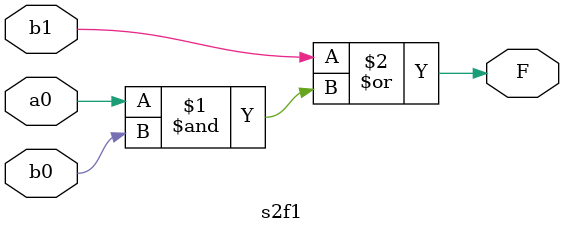
<source format=v>
module s2f1(a0, b0, b1, F);
	input a0, b0, b1;
	output F;
	
	assign F = b1 | (a0 & b0);
endmodule 
</source>
